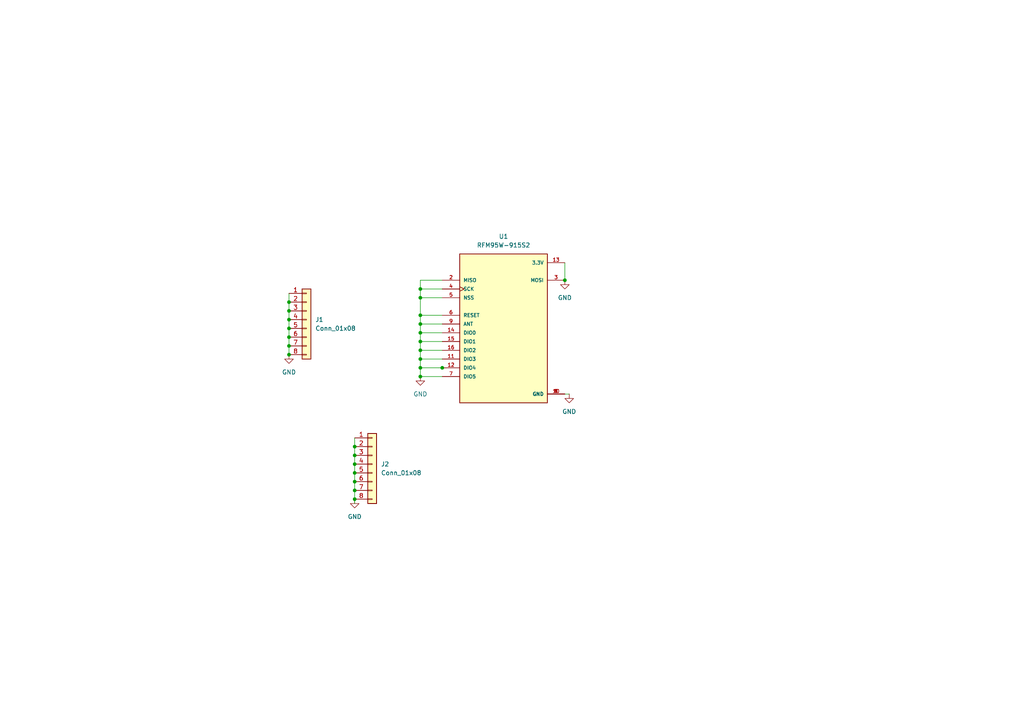
<source format=kicad_sch>
(kicad_sch (version 20231120) (generator "eeschema") (generator_version "8.0")
  (paper "A4")
  (lib_symbols
    (symbol "Connector_Generic:Conn_01x08" (pin_names (offset 1.016) hide)
      (property "Reference" "J" (at 0 10.16 0))
      (property "Value" "Conn_01x08" (at 0 -12.7 0))
      (symbol "Conn_01x08_1_1"
        (rectangle (start -1.27 -10.033) (end 0 -10.287) (stroke (width 0.1524)))
        (rectangle (start -1.27 -7.493) (end 0 -7.747) (stroke (width 0.1524)))
        (rectangle (start -1.27 -4.953) (end 0 -5.207) (stroke (width 0.1524)))
        (rectangle (start -1.27 -2.413) (end 0 -2.667) (stroke (width 0.1524)))
        (rectangle (start -1.27 0.127) (end 0 -0.127) (stroke (width 0.1524)))
        (rectangle (start -1.27 2.667) (end 0 2.413) (stroke (width 0.1524)))
        (rectangle (start -1.27 5.207) (end 0 4.953) (stroke (width 0.1524)))
        (rectangle (start -1.27 7.747) (end 0 7.493) (stroke (width 0.1524)))
        (rectangle (start -1.27 8.89) (end 1.27 -11.43) (stroke (width 0.254)) (fill (type background)))
        (pin passive line (at -5.08 7.62 0) (length 3.81) (name "Pin_1") (number "1"))
        (pin passive line (at -5.08 5.08 0) (length 3.81) (name "Pin_2") (number "2"))
        (pin passive line (at -5.08 2.54 0) (length 3.81) (name "Pin_3") (number "3"))
        (pin passive line (at -5.08 0 0) (length 3.81) (name "Pin_4") (number "4"))
        (pin passive line (at -5.08 -2.54 0) (length 3.81) (name "Pin_5") (number "5"))
        (pin passive line (at -5.08 -5.08 0) (length 3.81) (name "Pin_6") (number "6"))
        (pin passive line (at -5.08 -7.62 0) (length 3.81) (name "Pin_7") (number "7"))
        (pin passive line (at -5.08 -10.16 0) (length 3.81) (name "Pin_8") (number "8"))
      )
    )
    (symbol "RFM95W-915S2:RFM95W-915S2" (pin_names (offset 1.016))
      (property "Reference" "U" (at -12.7 22.86 0))
      (property "Value" "RFM95W-915S2" (at -12.7 -22.86 0))
      (symbol "RFM95W-915S2_0_0"
        (rectangle (start -12.7 -20.32) (end 12.7 22.86) (stroke (width 0.254)) (fill (type background)))
        (pin power_in line (at 17.78 -17.78 180) (length 5.08) (name "GND") (number "1"))
        (pin power_in line (at 17.78 -17.78 180) (length 5.08) (name "GND") (number "10"))
        (pin bidirectional line (at -17.78 -7.62 0) (length 5.08) (name "DIO3") (number "11"))
        (pin bidirectional line (at -17.78 -10.16 0) (length 5.08) (name "DIO4") (number "12"))
        (pin power_in line (at 17.78 20.32 180) (length 5.08) (name "3.3V") (number "13"))
        (pin bidirectional line (at -17.78 0 0) (length 5.08) (name "DIO0") (number "14"))
        (pin bidirectional line (at -17.78 -2.54 0) (length 5.08) (name "DIO1") (number "15"))
        (pin bidirectional line (at -17.78 -5.08 0) (length 5.08) (name "DIO2") (number "16"))
        (pin input line (at -17.78 15.24 0) (length 5.08) (name "MISO") (number "2"))
        (pin output line (at 17.78 15.24 180) (length 5.08) (name "MOSI") (number "3"))
        (pin input clock (at -17.78 12.7 0) (length 5.08) (name "SCK") (number "4"))
        (pin input line (at -17.78 10.16 0) (length 5.08) (name "NSS") (number "5"))
        (pin bidirectional line (at -17.78 5.08 0) (length 5.08) (name "RESET") (number "6"))
        (pin bidirectional line (at -17.78 -12.7 0) (length 5.08) (name "DIO5") (number "7"))
        (pin power_in line (at 17.78 -17.78 180) (length 5.08) (name "GND") (number "8"))
        (pin bidirectional line (at -17.78 2.54 0) (length 5.08) (name "ANT") (number "9"))
      )
    )
    (symbol "power:GND" (power) (pin_numbers hide) (pin_names (offset 0) hide)
      (property "Value" "GND" (at 0 -3.81 0))
      (symbol "GND_0_1"
        (polyline (pts (xy 0 0) (xy 0 -1.27) (xy 1.27 -1.27) (xy 0 -2.54) (xy -1.27 -1.27) (xy 0 -1.27)))
      )
      (symbol "GND_1_1"
        (pin power_in line (at 0 0 270) (length 0) (name "~") (number "1"))
      )
    )
  )
  (junction (at 83.82 97.79))
  (junction (at 163.83 81.28))
  (junction (at 121.92 93.98))
  (junction (at 121.92 99.06))
  (junction (at 121.92 109.22))
  (junction (at 102.87 137.16))
  (junction (at 128.27 106.68))
  (junction (at 121.92 104.14))
  (junction (at 83.82 87.63))
  (junction (at 83.82 102.87))
  (junction (at 121.92 101.6))
  (junction (at 83.82 90.17))
  (junction (at 121.92 86.36))
  (junction (at 102.87 129.54))
  (junction (at 102.87 142.24))
  (junction (at 83.82 100.33))
  (junction (at 83.82 95.25))
  (junction (at 83.82 92.71))
  (junction (at 102.87 139.7))
  (junction (at 121.92 83.82))
  (junction (at 102.87 144.78))
  (junction (at 121.92 96.52))
  (junction (at 121.92 91.44))
  (junction (at 102.87 134.62))
  (junction (at 102.87 132.08))
  (junction (at 121.92 106.68))
  (wire (pts (xy 102.87 129.54) (xy 102.87 132.08)))
  (wire (pts (xy 121.92 96.52) (xy 121.92 99.06)))
  (wire (pts (xy 121.92 104.14) (xy 128.27 104.14)))
  (wire (pts (xy 83.82 87.63) (xy 83.82 90.17)))
  (wire (pts (xy 121.92 93.98) (xy 121.92 96.52)))
  (wire (pts (xy 121.92 104.14) (xy 121.92 106.68)))
  (wire (pts (xy 102.87 139.7) (xy 102.87 142.24)))
  (wire (pts (xy 102.87 127) (xy 102.87 129.54)))
  (wire (pts (xy 83.82 97.79) (xy 83.82 100.33)))
  (wire (pts (xy 121.92 109.22) (xy 128.27 109.22)))
  (wire (pts (xy 121.92 91.44) (xy 121.92 93.98)))
  (wire (pts (xy 121.92 96.52) (xy 128.27 96.52)))
  (wire (pts (xy 121.92 93.98) (xy 128.27 93.98)))
  (wire (pts (xy 102.87 144.78) (xy 102.87 146.05)))
  (wire (pts (xy 102.87 132.08) (xy 102.87 134.62)))
  (wire (pts (xy 83.82 100.33) (xy 83.82 102.87)))
  (wire (pts (xy 121.92 83.82) (xy 121.92 86.36)))
  (wire (pts (xy 121.92 101.6) (xy 128.27 101.6)))
  (wire (pts (xy 121.92 99.06) (xy 121.92 101.6)))
  (wire (pts (xy 83.82 95.25) (xy 83.82 97.79)))
  (wire (pts (xy 121.92 86.36) (xy 121.92 91.44)))
  (wire (pts (xy 121.92 99.06) (xy 128.27 99.06)))
  (wire (pts (xy 83.82 92.71) (xy 83.82 95.25)))
  (wire (pts (xy 121.92 91.44) (xy 128.27 91.44)))
  (wire (pts (xy 102.87 134.62) (xy 102.87 137.16)))
  (wire (pts (xy 163.83 114.3) (xy 165.1 114.3)))
  (wire (pts (xy 128.27 83.82) (xy 121.92 83.82)))
  (wire (pts (xy 102.87 137.16) (xy 102.87 139.7)))
  (wire (pts (xy 121.92 81.28) (xy 121.92 83.82)))
  (wire (pts (xy 128.27 81.28) (xy 121.92 81.28)))
  (wire (pts (xy 83.82 90.17) (xy 83.82 92.71)))
  (wire (pts (xy 121.92 86.36) (xy 128.27 86.36)))
  (wire (pts (xy 121.92 101.6) (xy 121.92 104.14)))
  (wire (pts (xy 121.92 106.68) (xy 128.27 106.68)))
  (wire (pts (xy 83.82 85.09) (xy 83.82 87.63)))
  (wire (pts (xy 128.27 106.68) (xy 129.54 106.68)))
  (wire (pts (xy 121.92 106.68) (xy 121.92 109.22)))
  (wire (pts (xy 163.83 76.2) (xy 163.83 81.28)))
  (wire (pts (xy 102.87 142.24) (xy 102.87 144.78)))
  (symbol (lib_id "Connector_Generic:Conn_01x08") (at 88.9 92.71 0) (unit 1)
    (property "Reference" "J1" (at 91.44 92.7099 0) (effects (justify left)))
    (property "Value" "Conn_01x08" (at 91.44 95.2499 0) (effects (justify left)))
    (property "Footprint" "Connector_PinHeader_2.54mm:PinHeader_1x08_P2.54mm_Vertical" (effects (hide yes)))
    (property "Description" "Generic connector, single row, 01x08, script generated (kicad-library-utils/schlib/autogen/connector/)" (effects (hide yes)))
  )
  (symbol (lib_id "power:GND") (at 102.87 144.78 0) (unit 1)
    (property "Reference" "#PWR03" (effects (hide yes)))
    (property "Value" "GND" (at 102.87 149.86 0))
    (property "Description" "Power symbol creates a global label with name \"GND\" , ground" (effects (hide yes)))
  )
  (symbol (lib_id "Connector_Generic:Conn_01x08") (at 107.95 134.62 0) (unit 1)
    (property "Reference" "J2" (at 110.49 134.6199 0) (effects (justify left)))
    (property "Value" "Conn_01x08" (at 110.49 137.1599 0) (effects (justify left)))
    (property "Footprint" "Connector_PinHeader_2.54mm:PinHeader_1x08_P2.54mm_Vertical" (effects (hide yes)))
    (property "Description" "Generic connector, single row, 01x08, script generated (kicad-library-utils/schlib/autogen/connector/)" (effects (hide yes)))
  )
  (symbol (lib_id "power:GND") (at 121.92 109.22 0) (unit 1)
    (property "Reference" "#PWR01" (effects (hide yes)))
    (property "Value" "GND" (at 121.92 114.3 0))
    (property "Description" "Power symbol creates a global label with name \"GND\" , ground" (effects (hide yes)))
  )
  (symbol (lib_id "power:GND") (at 165.1 114.3 0) (unit 1)
    (property "Reference" "#PWR04" (effects (hide yes)))
    (property "Value" "GND" (at 165.1 119.38 0))
    (property "Description" "Power symbol creates a global label with name \"GND\" , ground" (effects (hide yes)))
  )
  (symbol (lib_id "power:GND") (at 163.83 81.28 0) (unit 1)
    (property "Reference" "#PWR05" (effects (hide yes)))
    (property "Value" "GND" (at 163.83 86.36 0))
    (property "Description" "Power symbol creates a global label with name \"GND\" , ground" (effects (hide yes)))
  )
  (symbol (lib_id "power:GND") (at 83.82 102.87 0) (unit 1)
    (property "Reference" "#PWR02" (effects (hide yes)))
    (property "Value" "GND" (at 83.82 107.95 0))
    (property "Description" "Power symbol creates a global label with name \"GND\" , ground" (effects (hide yes)))
  )
  (symbol (lib_id "RFM95W-915S2:RFM95W-915S2") (at 146.05 96.52 0) (unit 1)
    (property "Reference" "U1" (at 146.05 68.58 0))
    (property "Value" "RFM95W-915S2" (at 146.05 71.12 0))
    (property "Footprint" "RFM95W-915S2:XCVR_RFM95W-915S2" (effects (hide yes)))
    (property "MF" "RF Solutions" (effects (hide yes)))
    (property "DESCRIPTION" "RFM95W LoRA Transceiver Module 915MHz" (effects (hide yes)))
    (property "PACKAGE" "SMD-16 RF Solutions" (effects (hide yes)))
    (property "PRICE" "None" (effects (hide yes)))
    (property "Package" "Non Standard RF Solutions" (effects (hide yes)))
    (property "Check_prices" "https://www.snapeda.com/parts/RFM95W-915S2/RF+Solutions/view-part/?ref=eda" (effects (hide yes)))
    (property "STANDARD" "Manufacturer recommendations" (effects (hide yes)))
    (property "SnapEDA_Link" "https://www.snapeda.com/parts/RFM95W-915S2/RF+Solutions/view-part/?ref=snap" (effects (hide yes)))
    (property "MP" "RFM95W-915S2" (effects (hide yes)))
    (property "Price" "None" (effects (hide yes)))
    (property "Availability" "In Stock" (effects (hide yes)))
    (property "AVAILABILITY" "Unavailable" (effects (hide yes)))
    (property "Description_1" "\n                        \n                            802.15.4 LoRa™ Transceiver Module 915MHz Antenna Not Included Surface Mount\n                        \n" (effects (hide yes)))
  )
)
</source>
